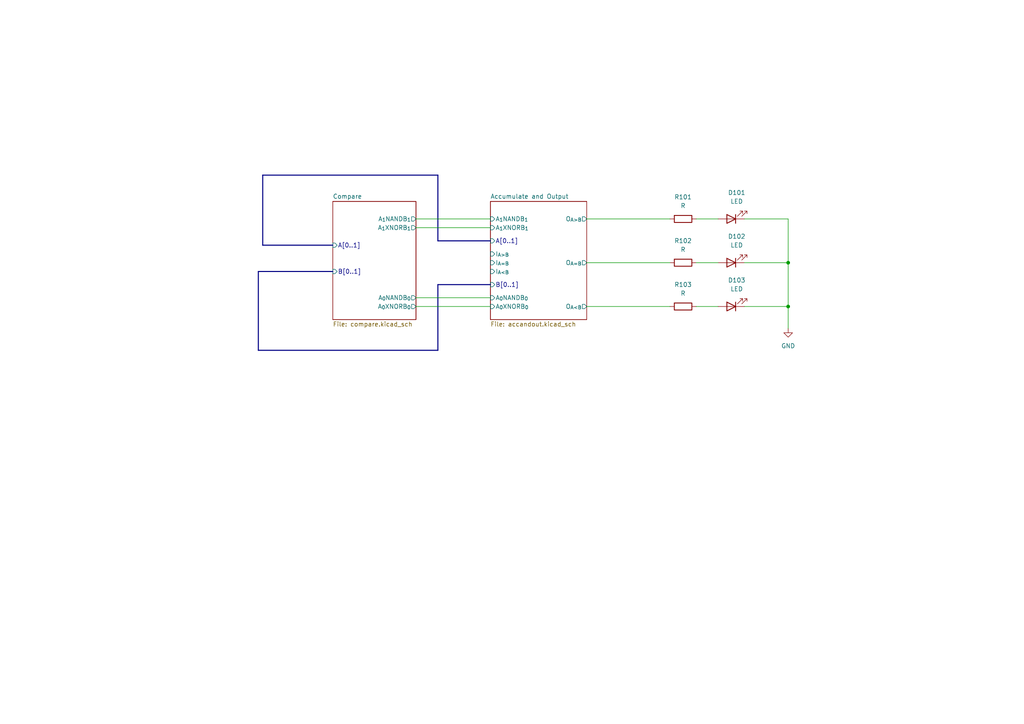
<source format=kicad_sch>
(kicad_sch (version 20230121) (generator eeschema)
  (paper "A4")
  (lib_symbols
    (symbol "Device:LED" (pin_numbers hide) (pin_names (offset 1.016) hide)
      (property "Reference" "D" (at 0 2.54 0))
      (property "Value" "LED" (at 0 -2.54 0))
      (symbol "LED_0_1"
        (polyline (pts (xy -1.27 -1.27) (xy -1.27 1.27)) (stroke (width 0.254)))
        (polyline (pts (xy -1.27 0) (xy 1.27 0)))
        (polyline (pts (xy 1.27 -1.27) (xy 1.27 1.27) (xy -1.27 0) (xy 1.27 -1.27)) (stroke (width 0.254)))
        (polyline (pts (xy -3.048 -0.762) (xy -4.572 -2.286) (xy -3.81 -2.286) (xy -4.572 -2.286) (xy -4.572 -1.524)))
        (polyline (pts (xy -1.778 -0.762) (xy -3.302 -2.286) (xy -2.54 -2.286) (xy -3.302 -2.286) (xy -3.302 -1.524)))
      )
      (symbol "LED_1_1"
        (pin passive line (at -3.81 0 0) (length 2.54) (name "K") (number "1"))
        (pin passive line (at 3.81 0 180) (length 2.54) (name "A") (number "2"))
      )
    )
    (symbol "Device:R" (pin_numbers hide) (pin_names (offset 0))
      (property "Reference" "R" (at 2.032 0 90))
      (property "Value" "R" (at 0 0 90))
      (symbol "R_0_1"
        (rectangle (start -1.016 -2.54) (end 1.016 2.54) (stroke (width 0.254)))
      )
      (symbol "R_1_1"
        (pin passive line (at 0 3.81 270) (length 1.27) (name "~") (number "1"))
        (pin passive line (at 0 -3.81 90) (length 1.27) (name "~") (number "2"))
      )
    )
    (symbol "power:GND" (power) (pin_names (offset 0))
      (property "Value" "GND" (at 0 -3.81 0))
      (symbol "GND_0_1"
        (polyline (pts (xy 0 0) (xy 0 -1.27) (xy 1.27 -1.27) (xy 0 -2.54) (xy -1.27 -1.27) (xy 0 -1.27)))
      )
      (symbol "GND_1_1"
        (pin power_in line (at 0 0 270) (length 0) hide (name "GND") (number "1"))
      )
    )
  )
  (junction (at 228.6 76.2))
  (junction (at 228.6 88.9))
  (wire (pts (xy 120.65 66.04) (xy 142.24 66.04)))
  (wire (pts (xy 215.9 76.2) (xy 228.6 76.2)))
  (bus (pts (xy 127 50.8) (xy 76.2 50.8)))
  (wire (pts (xy 120.65 88.9) (xy 142.24 88.9)))
  (wire (pts (xy 170.18 88.9) (xy 194.31 88.9)))
  (wire (pts (xy 215.9 88.9) (xy 228.6 88.9)))
  (bus (pts (xy 76.2 71.12) (xy 96.52 71.12)))
  (wire (pts (xy 201.93 76.2) (xy 208.28 76.2)))
  (bus (pts (xy 127 69.85) (xy 127 50.8)))
  (bus (pts (xy 142.24 82.55) (xy 127 82.55)))
  (bus (pts (xy 76.2 50.8) (xy 76.2 71.12)))
  (wire (pts (xy 215.9 63.5) (xy 228.6 63.5)))
  (wire (pts (xy 228.6 88.9) (xy 228.6 95.25)))
  (bus (pts (xy 127 101.6) (xy 74.93 101.6)))
  (wire (pts (xy 228.6 76.2) (xy 228.6 88.9)))
  (wire (pts (xy 170.18 63.5) (xy 194.31 63.5)))
  (bus (pts (xy 142.24 69.85) (xy 127 69.85)))
  (bus (pts (xy 74.93 78.74) (xy 96.52 78.74)))
  (wire (pts (xy 228.6 63.5) (xy 228.6 76.2)))
  (wire (pts (xy 201.93 88.9) (xy 208.28 88.9)))
  (wire (pts (xy 170.18 76.2) (xy 194.31 76.2)))
  (wire (pts (xy 120.65 86.36) (xy 142.24 86.36)))
  (wire (pts (xy 201.93 63.5) (xy 208.28 63.5)))
  (bus (pts (xy 127 82.55) (xy 127 101.6)))
  (wire (pts (xy 120.65 63.5) (xy 142.24 63.5)))
  (bus (pts (xy 74.93 101.6) (xy 74.93 78.74)))
  (symbol (lib_id "Device:LED") (at 212.09 63.5 180) (unit 1)
    (property "Reference" "D101" (at 213.6775 55.88 0))
    (property "Value" "LED" (at 213.6775 58.42 0))
    (property "Footprint" "LED_THT:LED_D5.0mm" (effects hide))
  )
  (symbol (lib_id "Device:R") (at 198.12 63.5 90) (unit 1)
    (property "Reference" "R101" (at 198.12 57.15 90))
    (property "Value" "R" (at 198.12 59.69 90))
    (property "Footprint" "Resistor_THT:R_Axial_DIN0207_L6.3mm_D2.5mm_P7.62mm_Horizontal" (effects hide))
  )
  (symbol (lib_id "Device:LED") (at 212.09 76.2 180) (unit 1)
    (property "Reference" "D102" (at 213.6775 68.58 0))
    (property "Value" "LED" (at 213.6775 71.12 0))
    (property "Footprint" "LED_THT:LED_D5.0mm" (effects hide))
  )
  (symbol (lib_id "Device:LED") (at 212.09 88.9 180) (unit 1)
    (property "Reference" "D103" (at 213.6775 81.28 0))
    (property "Value" "LED" (at 213.6775 83.82 0))
    (property "Footprint" "LED_THT:LED_D5.0mm" (effects hide))
  )
  (symbol (lib_id "Device:R") (at 198.12 88.9 90) (unit 1)
    (property "Reference" "R103" (at 198.12 82.55 90))
    (property "Value" "R" (at 198.12 85.09 90))
    (property "Footprint" "Resistor_THT:R_Axial_DIN0207_L6.3mm_D2.5mm_P7.62mm_Horizontal" (effects hide))
  )
  (symbol (lib_id "power:GND") (at 228.6 95.25 0) (unit 1)
    (property "Reference" "#PWR0101" (effects hide))
    (property "Value" "GND" (at 228.6 100.33 0))
  )
  (symbol (lib_id "Device:R") (at 198.12 76.2 90) (unit 1)
    (property "Reference" "R102" (at 198.12 69.85 90))
    (property "Value" "R" (at 198.12 72.39 90))
    (property "Footprint" "Resistor_THT:R_Axial_DIN0207_L6.3mm_D2.5mm_P7.62mm_Horizontal" (effects hide))
  )
  (sheet (at 142.24 58.42) (size 27.94 34.29) (stroke (width 0.1524))
    (property "Sheetname" "Accumulate and Output" (at 142.24 57.7084 0) (effects (justify left bottom)))
    (property "Sheetfile" "accandout.kicad_sch" (at 142.24 93.2946 0) (effects (justify left top)))
    (pin "I_{A=B}" input (at 142.24 76.2 180))
    (pin "A_{0}XNORB_{0}" input (at 142.24 88.9 180))
    (pin "A_{1}XNORB_{1}" input (at 142.24 66.04 180))
    (pin "O_{A>B}" output (at 170.18 63.5 0))
    (pin "I_{A<B}" input (at 142.24 78.74 180))
    (pin "I_{A>B}" input (at 142.24 73.66 180))
    (pin "O_{A<B}" output (at 170.18 88.9 0))
    (pin "O_{A=B}" output (at 170.18 76.2 0))
    (pin "A_{1}NANDB_{1}" input (at 142.24 63.5 180))
    (pin "A_{0}NANDB_{0}" input (at 142.24 86.36 180))
    (pin "A[0..1]" input (at 142.24 69.85 180))
    (pin "B[0..1]" input (at 142.24 82.55 180))
  )
  (sheet (at 96.52 58.42) (size 24.13 34.29) (stroke (width 0.1524))
    (property "Sheetname" "Compare" (at 96.52 57.7084 0) (effects (justify left bottom)))
    (property "Sheetfile" "compare.kicad_sch" (at 96.52 93.2946 0) (effects (justify left top)))
    (pin "A_{1}NANDB_{1}" output (at 120.65 63.5 0))
    (pin "A_{1}XNORB_{1}" output (at 120.65 66.04 0))
    (pin "A_{0}NANDB_{0}" output (at 120.65 86.36 0))
    (pin "A_{0}XNORB_{0}" output (at 120.65 88.9 0))
    (pin "A[0..1]" input (at 96.52 71.12 180))
    (pin "B[0..1]" input (at 96.52 78.74 180))
  )
)
</source>
